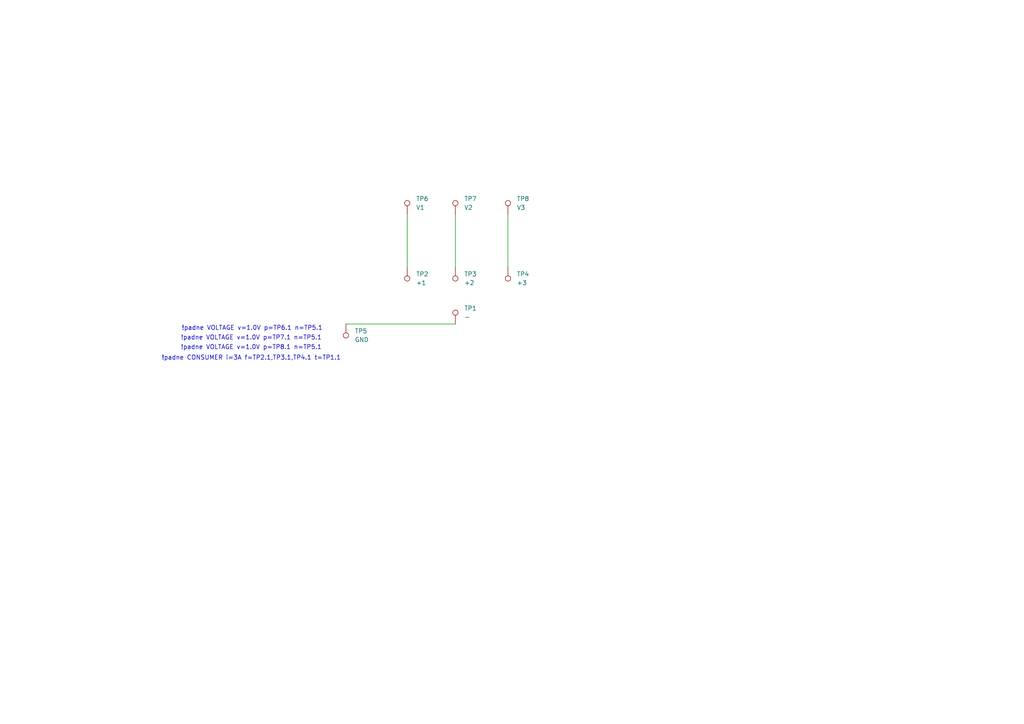
<source format=kicad_sch>
(kicad_sch (version 20231120) (generator "eeschema") (generator_version "8.0")
  (paper "A4")
  (lib_symbols
    (symbol "Connector:TestPoint" (pin_numbers hide) (pin_names (offset 0.762) hide)
      (property "Reference" "TP" (at 0 6.858 0))
      (property "Value" "TestPoint" (at 0 5.08 0))
      (symbol "TestPoint_0_1"
        (circle (center 0 3.302) (radius 0.762))
      )
      (symbol "TestPoint_1_1"
        (pin passive line (at 0 0 90) (length 2.54) (name "1") (number "1"))
      )
    )
  )
  (wire (pts (xy 132.08 93.98) (xy 100.33 93.98)))
  (wire (pts (xy 132.08 62.23) (xy 132.08 77.47)))
  (wire (pts (xy 118.11 62.23) (xy 118.11 77.47)))
  (wire (pts (xy 147.32 62.23) (xy 147.32 77.47)))
  (text "!padne CONSUMER i=3A f=TP2.1,TP3.1,TP4.1 t=TP1.1" (at 72.898 103.886 0) (effects (font (size 1.27 1.27))))
  (text "!padne VOLTAGE v=1.0V p=TP8.1 n=TP5.1" (at 72.898 100.838 0) (effects (font (size 1.27 1.27))))
  (text "!padne VOLTAGE v=1.0V p=TP6.1 n=TP5.1" (at 73.152 95.25 0) (effects (font (size 1.27 1.27))))
  (text "!padne VOLTAGE v=1.0V p=TP7.1 n=TP5.1" (at 72.898 98.044 0) (effects (font (size 1.27 1.27))))
  (symbol (lib_id "Connector:TestPoint") (at 100.33 93.98 180) (unit 1)
    (property "Reference" "TP5" (at 102.87 96.0119 0) (effects (justify right)))
    (property "Value" "GND" (at 102.87 98.5519 0) (effects (justify right)))
    (property "Footprint" "TestPoint:TestPoint_Pad_D2.0mm" (effects (hide yes)))
    (property "Description" "test point" (effects (hide yes)))
  )
  (symbol (lib_id "Connector:TestPoint") (at 118.11 77.47 180) (unit 1)
    (property "Reference" "TP2" (at 120.65 79.5019 0) (effects (justify right)))
    (property "Value" "+1" (at 120.65 82.0419 0) (effects (justify right)))
    (property "Footprint" "TestPoint:TestPoint_Pad_D2.0mm" (effects (hide yes)))
    (property "Description" "test point" (effects (hide yes)))
  )
  (symbol (lib_id "Connector:TestPoint") (at 147.32 62.23 0) (unit 1)
    (property "Reference" "TP8" (at 149.86 57.6579 0) (effects (justify left)))
    (property "Value" "V3" (at 149.86 60.1979 0) (effects (justify left)))
    (property "Footprint" "TestPoint:TestPoint_Pad_D2.0mm" (effects (hide yes)))
    (property "Description" "test point" (effects (hide yes)))
  )
  (symbol (lib_id "Connector:TestPoint") (at 118.11 62.23 0) (unit 1)
    (property "Reference" "TP6" (at 120.65 57.6579 0) (effects (justify left)))
    (property "Value" "V1" (at 120.65 60.1979 0) (effects (justify left)))
    (property "Footprint" "TestPoint:TestPoint_Pad_D2.0mm" (effects (hide yes)))
    (property "Description" "test point" (effects (hide yes)))
  )
  (symbol (lib_id "Connector:TestPoint") (at 132.08 62.23 0) (unit 1)
    (property "Reference" "TP7" (at 134.62 57.6579 0) (effects (justify left)))
    (property "Value" "V2" (at 134.62 60.1979 0) (effects (justify left)))
    (property "Footprint" "TestPoint:TestPoint_Pad_D2.0mm" (effects (hide yes)))
    (property "Description" "test point" (effects (hide yes)))
  )
  (symbol (lib_id "Connector:TestPoint") (at 132.08 77.47 180) (unit 1)
    (property "Reference" "TP3" (at 134.62 79.5019 0) (effects (justify right)))
    (property "Value" "+2" (at 134.62 82.0419 0) (effects (justify right)))
    (property "Footprint" "TestPoint:TestPoint_Pad_D2.0mm" (effects (hide yes)))
    (property "Description" "test point" (effects (hide yes)))
  )
  (symbol (lib_id "Connector:TestPoint") (at 147.32 77.47 180) (unit 1)
    (property "Reference" "TP4" (at 149.86 79.5019 0) (effects (justify right)))
    (property "Value" "+3" (at 149.86 82.0419 0) (effects (justify right)))
    (property "Footprint" "TestPoint:TestPoint_Pad_D2.0mm" (effects (hide yes)))
    (property "Description" "test point" (effects (hide yes)))
  )
  (symbol (lib_id "Connector:TestPoint") (at 132.08 93.98 0) (unit 1)
    (property "Reference" "TP1" (at 134.62 89.4079 0) (effects (justify left)))
    (property "Value" "-" (at 134.62 91.9479 0) (effects (justify left)))
    (property "Footprint" "TestPoint:TestPoint_Pad_D2.0mm" (effects (hide yes)))
    (property "Description" "test point" (effects (hide yes)))
  )
)
</source>
